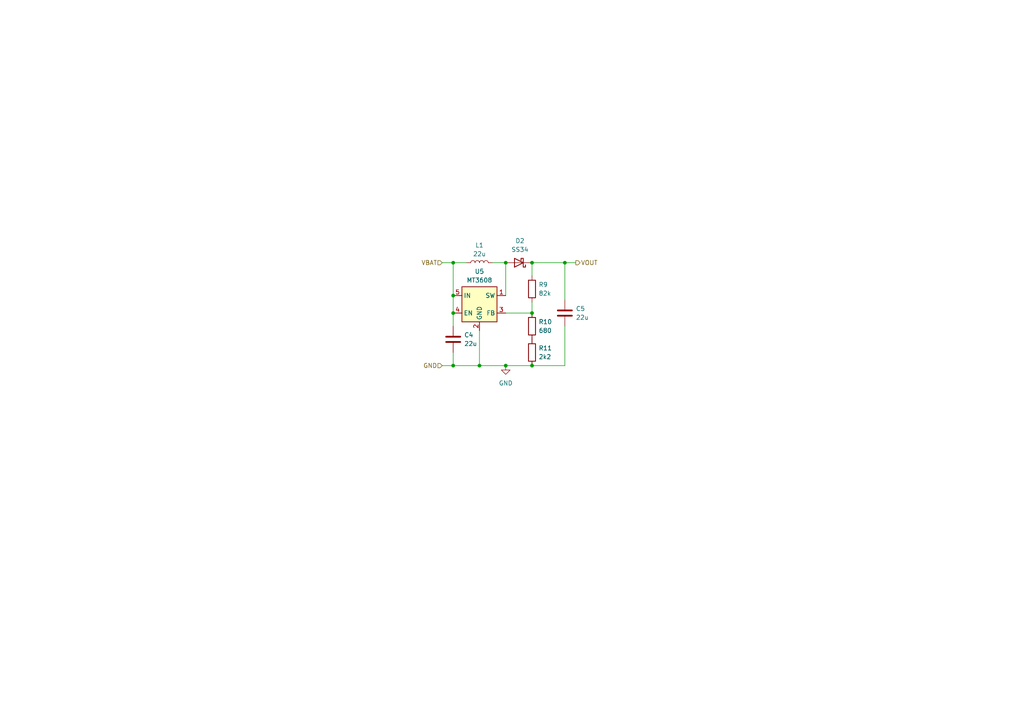
<source format=kicad_sch>
(kicad_sch (version 20230121) (generator eeschema)
  (paper "A4")
  (lib_symbols
    (symbol "Device:C" (pin_numbers hide) (pin_names (offset 0.254))
      (property "Reference" "C" (at 0.635 2.54 0))
      (property "Value" "C" (at 0.635 -2.54 0))
      (symbol "C_0_1"
        (polyline (pts (xy -2.032 -0.762) (xy 2.032 -0.762)) (stroke (width 0.508)))
        (polyline (pts (xy -2.032 0.762) (xy 2.032 0.762)) (stroke (width 0.508)))
      )
      (symbol "C_1_1"
        (pin passive line (at 0 3.81 270) (length 2.794) (name "~") (number "1"))
        (pin passive line (at 0 -3.81 90) (length 2.794) (name "~") (number "2"))
      )
    )
    (symbol "Device:L" (pin_numbers hide) (pin_names (offset 1.016) hide)
      (property "Reference" "L" (at -1.27 0 90))
      (property "Value" "L" (at 1.905 0 90))
      (symbol "L_0_1"
        (arc (start 0 -2.54) (mid 0.6323 -1.905) (end 0 -1.27))
        (arc (start 0 -1.27) (mid 0.6323 -0.635) (end 0 0))
        (arc (start 0 0) (mid 0.6323 0.635) (end 0 1.27))
        (arc (start 0 1.27) (mid 0.6323 1.905) (end 0 2.54))
      )
      (symbol "L_1_1"
        (pin passive line (at 0 3.81 270) (length 1.27) (name "1") (number "1"))
        (pin passive line (at 0 -3.81 90) (length 1.27) (name "2") (number "2"))
      )
    )
    (symbol "Device:R" (pin_numbers hide) (pin_names (offset 0))
      (property "Reference" "R" (at 2.032 0 90))
      (property "Value" "R" (at 0 0 90))
      (symbol "R_0_1"
        (rectangle (start -1.016 -2.54) (end 1.016 2.54) (stroke (width 0.254)))
      )
      (symbol "R_1_1"
        (pin passive line (at 0 3.81 270) (length 1.27) (name "~") (number "1"))
        (pin passive line (at 0 -3.81 90) (length 1.27) (name "~") (number "2"))
      )
    )
    (symbol "Diode:SS34" (pin_numbers hide) (pin_names (offset 1.016) hide)
      (property "Reference" "D" (at 0 2.54 0))
      (property "Value" "SS34" (at 0 -2.54 0))
      (symbol "SS34_0_1"
        (polyline (pts (xy 1.27 0) (xy -1.27 0)))
        (polyline (pts (xy 1.27 1.27) (xy 1.27 -1.27) (xy -1.27 0) (xy 1.27 1.27)) (stroke (width 0.254)))
        (polyline (pts (xy -1.905 0.635) (xy -1.905 1.27) (xy -1.27 1.27) (xy -1.27 -1.27) (xy -0.635 -1.27) (xy -0.635 -0.635)) (stroke (width 0.254)))
      )
      (symbol "SS34_1_1"
        (pin passive line (at -3.81 0 0) (length 2.54) (name "K") (number "1"))
        (pin passive line (at 3.81 0 180) (length 2.54) (name "A") (number "2"))
      )
    )
    (symbol "Regulator_Switching:MT3608"
      (property "Reference" "U" (at -2.54 8.89 0))
      (property "Value" "MT3608" (at -3.81 6.35 0))
      (symbol "MT3608_0_1"
        (rectangle (start -5.08 5.08) (end 5.08 -5.08) (stroke (width 0.254)) (fill (type background)))
      )
      (symbol "MT3608_1_1"
        (pin passive line (at 7.62 2.54 180) (length 2.54) (name "SW") (number "1"))
        (pin power_in line (at 0 -7.62 90) (length 2.54) (name "GND") (number "2"))
        (pin input line (at 7.62 -2.54 180) (length 2.54) (name "FB") (number "3"))
        (pin input line (at -7.62 -2.54 0) (length 2.54) (name "EN") (number "4"))
        (pin power_in line (at -7.62 2.54 0) (length 2.54) (name "IN") (number "5"))
        (pin no_connect line (at 5.08 0 180) (length 2.54) hide (name "NC") (number "6"))
      )
    )
    (symbol "power:GND" (power) (pin_names (offset 0))
      (property "Value" "GND" (at 0 -3.81 0))
      (symbol "GND_0_1"
        (polyline (pts (xy 0 0) (xy 0 -1.27) (xy 1.27 -1.27) (xy 0 -2.54) (xy -1.27 -1.27) (xy 0 -1.27)))
      )
      (symbol "GND_1_1"
        (pin power_in line (at 0 0 270) (length 0) hide (name "GND") (number "1"))
      )
    )
  )
  (junction (at 163.83 76.2))
  (junction (at 131.445 90.805))
  (junction (at 154.305 106.045))
  (junction (at 131.445 106.045))
  (junction (at 139.065 106.045))
  (junction (at 131.445 85.725))
  (junction (at 131.445 76.2))
  (junction (at 154.305 76.2))
  (junction (at 154.305 90.805))
  (junction (at 146.685 106.045))
  (junction (at 146.685 76.2))
  (wire (pts (xy 131.445 102.235) (xy 131.445 106.045)))
  (wire (pts (xy 154.305 87.63) (xy 154.305 90.805)))
  (wire (pts (xy 146.685 106.045) (xy 154.305 106.045)))
  (wire (pts (xy 146.685 90.805) (xy 154.305 90.805)))
  (wire (pts (xy 139.065 95.885) (xy 139.065 106.045)))
  (wire (pts (xy 163.83 94.615) (xy 163.83 106.045)))
  (wire (pts (xy 163.83 76.2) (xy 167.005 76.2)))
  (wire (pts (xy 131.445 76.2) (xy 135.255 76.2)))
  (wire (pts (xy 154.305 106.045) (xy 163.83 106.045)))
  (wire (pts (xy 131.445 85.725) (xy 131.445 90.805)))
  (wire (pts (xy 146.685 76.2) (xy 146.685 85.725)))
  (wire (pts (xy 142.875 76.2) (xy 146.685 76.2)))
  (wire (pts (xy 139.065 106.045) (xy 146.685 106.045)))
  (wire (pts (xy 163.83 76.2) (xy 154.305 76.2)))
  (wire (pts (xy 131.445 85.725) (xy 131.445 76.2)))
  (wire (pts (xy 131.445 106.045) (xy 139.065 106.045)))
  (wire (pts (xy 163.83 86.995) (xy 163.83 76.2)))
  (wire (pts (xy 128.27 76.2) (xy 131.445 76.2)))
  (wire (pts (xy 154.305 76.2) (xy 154.305 80.01)))
  (wire (pts (xy 131.445 90.805) (xy 131.445 94.615)))
  (wire (pts (xy 128.27 106.045) (xy 131.445 106.045)))
  (hierarchical_label "VBAT" (shape input) (at 128.27 76.2 180))
  (hierarchical_label "GND" (shape input) (at 128.27 106.045 180))
  (hierarchical_label "VOUT" (shape output) (at 167.005 76.2 0))
  (symbol (lib_id "Device:L") (at 139.065 76.2 90) (unit 1)
    (property "Reference" "L1" (at 139.065 71.12 90))
    (property "Value" "22u" (at 139.065 73.66 90))
  )
  (symbol (lib_id "power:GND") (at 146.685 106.045 0) (unit 1)
    (property "Reference" "#PWR015" (effects hide))
    (property "Value" "GND" (at 146.685 111.125 0))
  )
  (symbol (lib_id "Device:R") (at 154.305 83.82 0) (unit 1)
    (property "Reference" "R9" (at 156.21 82.55 0) (effects (justify left)))
    (property "Value" "82k" (at 156.21 85.09 0) (effects (justify left)))
  )
  (symbol (lib_id "Device:C") (at 131.445 98.425 180) (unit 1)
    (property "Reference" "C4" (at 134.62 97.155 0) (effects (justify right)))
    (property "Value" "22u" (at 134.62 99.695 0) (effects (justify right)))
  )
  (symbol (lib_id "Device:C") (at 163.83 90.805 0) (unit 1)
    (property "Reference" "C5" (at 167.005 89.535 0) (effects (justify left)))
    (property "Value" "22u" (at 167.005 92.075 0) (effects (justify left)))
  )
  (symbol (lib_id "Regulator_Switching:MT3608") (at 139.065 88.265 0) (unit 1)
    (property "Reference" "U5" (at 139.065 78.74 0))
    (property "Value" "MT3608" (at 139.065 81.28 0))
    (property "Footprint" "Package_TO_SOT_SMD:SOT-23-6" (effects hide))
    (property "Datasheet" "https://www.olimex.com/Products/Breadboarding/BB-PWR-3608/resources/MT3608.pdf" (effects hide))
  )
  (symbol (lib_id "Device:R") (at 154.305 94.615 0) (unit 1)
    (property "Reference" "R10" (at 156.21 93.345 0) (effects (justify left)))
    (property "Value" "680" (at 156.21 95.885 0) (effects (justify left)))
  )
  (symbol (lib_id "Diode:SS34") (at 150.495 76.2 180) (unit 1)
    (property "Reference" "D2" (at 150.8125 69.85 0))
    (property "Value" "SS34" (at 150.8125 72.39 0))
    (property "Footprint" "Diode_SMD:D_SMA" (effects hide))
    (property "Datasheet" "https://www.vishay.com/docs/88751/ss32.pdf" (effects hide))
  )
  (symbol (lib_id "Device:R") (at 154.305 102.235 0) (unit 1)
    (property "Reference" "R11" (at 156.21 100.965 0) (effects (justify left)))
    (property "Value" "2k2" (at 156.21 103.505 0) (effects (justify left)))
  )
)
</source>
